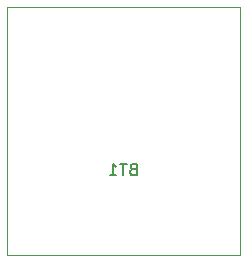
<source format=gbr>
%TF.GenerationSoftware,KiCad,Pcbnew,(6.0.7)*%
%TF.CreationDate,2023-01-27T00:41:06-05:00*%
%TF.ProjectId,GettingToBlinky5.0,47657474-696e-4675-946f-426c696e6b79,rev?*%
%TF.SameCoordinates,Original*%
%TF.FileFunction,Legend,Bot*%
%TF.FilePolarity,Positive*%
%FSLAX46Y46*%
G04 Gerber Fmt 4.6, Leading zero omitted, Abs format (unit mm)*
G04 Created by KiCad (PCBNEW (6.0.7)) date 2023-01-27 00:41:06*
%MOMM*%
%LPD*%
G01*
G04 APERTURE LIST*
%ADD10C,0.150000*%
%ADD11C,0.120000*%
G04 APERTURE END LIST*
D10*
%TO.C,BT1*%
X147785714Y-91228571D02*
X147642857Y-91276190D01*
X147595238Y-91323809D01*
X147547619Y-91419047D01*
X147547619Y-91561904D01*
X147595238Y-91657142D01*
X147642857Y-91704761D01*
X147738095Y-91752380D01*
X148119047Y-91752380D01*
X148119047Y-90752380D01*
X147785714Y-90752380D01*
X147690476Y-90800000D01*
X147642857Y-90847619D01*
X147595238Y-90942857D01*
X147595238Y-91038095D01*
X147642857Y-91133333D01*
X147690476Y-91180952D01*
X147785714Y-91228571D01*
X148119047Y-91228571D01*
X147261904Y-90752380D02*
X146690476Y-90752380D01*
X146976190Y-91752380D02*
X146976190Y-90752380D01*
X145833333Y-91752380D02*
X146404761Y-91752380D01*
X146119047Y-91752380D02*
X146119047Y-90752380D01*
X146214285Y-90895238D01*
X146309523Y-90990476D01*
X146404761Y-91038095D01*
D11*
X156900000Y-98500000D02*
X156900000Y-77500000D01*
X137100000Y-98500000D02*
X156900000Y-98500000D01*
X137100000Y-77500000D02*
X137100000Y-98500000D01*
X156900000Y-77500000D02*
X137100000Y-77500000D01*
%TD*%
M02*

</source>
